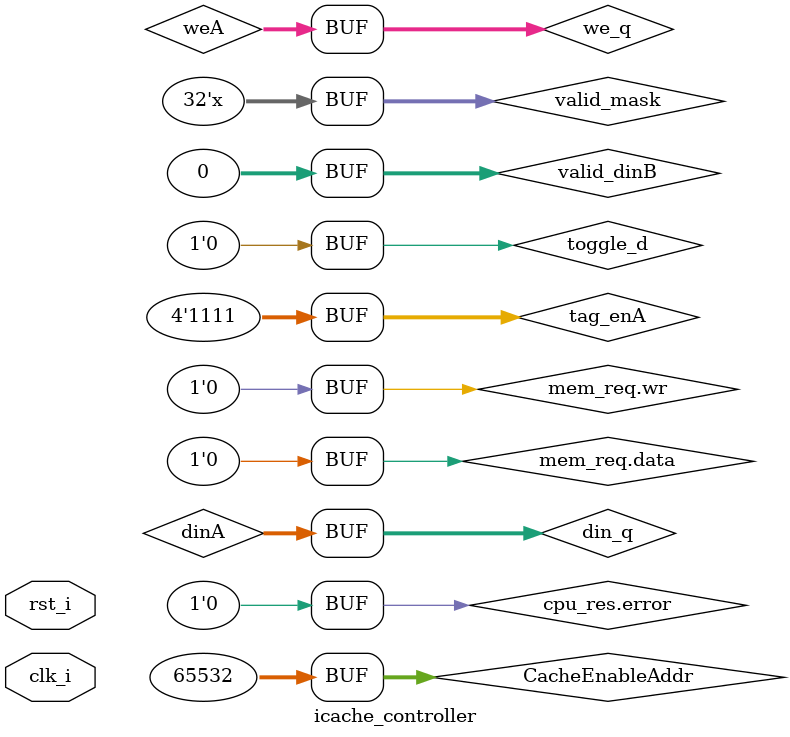
<source format=sv>
module icache_controller #(
    parameter int unsigned SizeKiB   = 64,
    // block size in bytes
    parameter int unsigned BlockSize = 64
) (
    input clk_i,
    input rst_i,

    // input interface (cpu->icache)
    data_req_if.in cpu_req,

    // input interface (axi controller->icache)
    axi_req_if.slave axi_rd_req,
    axi_req_if.slave axi_wr_req,

    // input interface (axi controller->icache)
    mem_if.slave mem_port,

    // input interface (mem->axi controller->icache)
    data_res_if.in mem_res,

    // output interface (icache->cpu)
    data_res_if.out cpu_res,

    // output interface (icache->axi controller->imem)
    data_req_if.out mem_req
);
    localparam int unsigned NWays        = 4;
    localparam int unsigned DataBusWidth = 64;
    localparam int unsigned AddrWidth    = 32;

    // offset within the block
    localparam int unsigned BlockWidth   = $clog2(BlockSize/4);                     // 4

    // block index
    localparam int unsigned IndexWidth   = $clog2(SizeKiB*1024/NWays/BlockSize);    // 8

    // Tag size
    localparam int unsigned TagWidth     = AddrWidth - IndexWidth - BlockWidth - 2; // 18

    localparam int unsigned BlockLSB     = 2;                                       // 2
    localparam int unsigned BlockMSB     = BlockLSB + BlockWidth - 1;               // 5
    localparam int unsigned IndexLSB     = BlockMSB + 1;                            // 6
    localparam int unsigned IndexMSB     = IndexLSB + IndexWidth - 1;               // 13
    localparam int unsigned TagLSB       = IndexMSB + 1;                            // 14
    localparam int unsigned TagMSB       = TagLSB + TagWidth - 1;                   // 31

    localparam int unsigned AxiBusWidth  = 64;
    localparam int unsigned WordWidth    = 32;

    // Address width of each bank (way). For example, for a 4-way 64 KiB memory, there
    // are 4 banks of 16 KiB each and if the data bus of each bank is 64 bits, then each
    // bank has 16 KiB / 8 = 2048 addresses and the addr width is 11 bits
    localparam int unsigned BankAddrWidth = $clog2((SizeKiB*1024/4)/(DataBusWidth/8));

    // Offset in the address to select a row of a memory bank
    localparam int unsigned RowOffset = $clog2((DataBusWidth/8));

    // There are four banks (ways). When accessing as plain memory,
    // the banks are accessed sequentially as addresses increment.
    // The two most significant bits of the request address select the bank.
    localparam int unsigned AddrMSB = $clog2(SizeKiB * 1024) - 1;

    // 64 bits wide memory data bus:
    // There are 8 bytes per address so a cache block comprises 8 addresses (64 bytes) of the memory bank.
    // Each way is two banks of two 1024-depth memories. The memory address width is 3 bits larger
    // than the index width extracted from the 32 bit address.

    logic [3:0]                  enA;
    logic [(DataBusWidth/8)-1:0] weA;
    logic [BankAddrWidth-1:0]    addrA;
    logic [DataBusWidth-1:0]     dinA;
    logic [DataBusWidth-1:0]     doutA[4];

    // ----------------------------------------------------------
    // 4-way data memory instantiation
    // ----------------------------------------------------------
    generate
        for (genvar i=0; i<4; i=i+1) begin : gen_4_way_cache_mem
            dp_memory_bank_2 #(
                .SizeKiB(SizeKiB/4),
                .DataWidth(DataBusWidth)
            ) u_icahe_mem (
                .clkA_i(clk_i),
                .enA_i(enA[i]),
                .weA_i(weA),
                .addrA_i(addrA),
                .dinA_i(dinA),
                .doutA_o(doutA[i]),

                .clkB_i(clk_i),
                .enB_i(mem_port.en[i]),
                .weB_i(mem_port.we),
                .addrB_i(mem_port.addr),
                .dinB_i(mem_port.din),
                .doutB_o(mem_port.dout[i])
            );
        end
    endgenerate

    logic [3:0]          tag_enA;
    logic [3:0]          tag_weA;
    logic [TagWidth-1:0] tag_dinA;
    logic [TagWidth-1:0] tag_doutA[4];

    // ----------------------------------------------------------
    // 4-way tag memory instantiation
    // ----------------------------------------------------------
    generate
        for (genvar i=0; i<4; i=i+1) begin : gen_4_way_cache_tag
            bytewrite_tdp_ram_nc #(
                .NumCol(1),
                .ColWidth(TagWidth),
                .AddrWidth(IndexWidth)
            ) u_icache_tag_mem (
                .clkA(clk_i),
                .enaA(tag_enA[i]),
                .weA(tag_weA[i]),
                .addrA(cpu_req.addr[IndexMSB:IndexLSB]),
                .dinA(tag_dinA),
                .doutA(tag_doutA[i]),

                .clkB(1'b0),
                .enaB(1'b0),
                .weB(1'b0),
                .addrB('0),
                .dinB('0),
                .doutB()
            );
        end
    endgenerate

    localparam int unsigned ValidAddrWidth = $clog2(SizeKiB*1024/NWays/BlockSize/32); //3

    logic [3:0]  valid_we[4];
    logic [31:0] valid_din;
    logic [31:0] valid_dout[4];
    logic [31:0] valid_mask;

    logic [3:0]                valid_enB;
    logic [3:0]                valid_weB;
    logic [ValidAddrWidth-1:0] valid_addrB;
    logic [31:0]               valid_dinB;

    assign valid_mask = 32'h1 << cpu_req.addr[IndexLSB+:5];

    // ----------------------------------------------------------
    // Valid-bit RAMs for per-block cache line validity
    // ----------------------------------------------------------
    generate
        for (genvar i=0; i<4; i=i+1) begin : gen_4_way_valid_ram
            bytewrite_tdp_ram_nc #(
                .NumCol(4),
                .ColWidth(8),
                .AddrWidth(ValidAddrWidth)
            ) u_icache_valid_bit_mem (
                .clkA(clk_i),
                .enaA(tag_enA),
                .weA(valid_we[i]),
                .addrA(cpu_req.addr[IndexMSB-:3]),
                .dinA(valid_din),
                .doutA(valid_dout[i]),

                .clkB(clk_i),
                .enaB(valid_enB),
                .weB(valid_weB),
                .addrB(valid_addrB),
                .dinB(valid_dinB),
                .doutB()
            );
        end
    endgenerate

    logic          fifo_rd;
    logic [64-1:0] fifo_dout;
    logic          fifo_empty;

    // ----------------------------------------------------------
    // AXI FIFO buffer to gather incoming memory line data
    // ----------------------------------------------------------
    FIFO36E1 #(
       .ALMOST_EMPTY_OFFSET(13'h0080),
       .ALMOST_FULL_OFFSET(13'h0080),
       .DATA_WIDTH(72),
       .DO_REG(1),
       .EN_ECC_READ("FALSE"),
       .EN_ECC_WRITE("FALSE"),
       .EN_SYN("TRUE"),
       .FIFO_MODE("FIFO36_72"),
       .FIRST_WORD_FALL_THROUGH("FALSE"),
       .INIT(72'h000000000000000000),
       .SIM_DEVICE("7SERIES"),
       .SRVAL(72'h000000000000000000)
    )
    u_iache_FIFO36E1 (
       .DO(fifo_dout),
       .EMPTY(fifo_empty),
       .FULL(),
       .INJECTDBITERR(1'b0),
       .INJECTSBITERR(1'b0),
       .RDCLK(clk_i),
       .RDEN(fifo_rd),
       .REGCE(1'b1),
       .RST(rst_i),
       .RSTREG(rst_i),
       .WRCLK(clk_i),
       .WREN(mem_res.valid),
       .DI(mem_res.data),
       .DIP('0)
    );

    // ----------------------------------------------------------
    // Tag comparison and hit determination logic
    // ----------------------------------------------------------
    logic [3:0] tag_match;
    logic [3:0] hit_vect;
    logic       hit;
    logic       cache_access;

    generate
        for (genvar i=0; i<4; i=i+1) begin : gen_hit_vector
            comparator #(
                .DataWidth(TagWidth)
            ) u_tag_comparator (
                .a_i(cpu_req.addr[TagMSB:TagLSB]),
                .b_i(tag_doutA[i]),
                .comp_o(tag_match[i])
            );

            bit_reducer #(
                .Operation("AND"),
                .InputCount(2)
            ) u_cache_way_AND_gate (
                .bits_in({valid_dout[i][cpu_req.addr[IndexLSB+:5]], tag_match[i]}),
                .bit_out(hit_vect[i])
            );
        end
    endgenerate

    bit_reducer #(
        .Operation("OR"),
        .InputCount(4)
    ) u_hit_OR_gate (
        .bits_in(hit_vect),
        .bit_out(hit)
    );


    // ----------------------------------------------------------
    // PLRU replacement state machine for victim way selection
    // ----------------------------------------------------------
    logic [1:0] victim_sel;

    plru_4way u_plru_bits (
        .clk_i(clk_i),
        .rst_i(rst_i),
        .access_i(cache_access),
        .hit_vect_i(hit_vect),
        .victim_o(victim_sel)
    );

    logic [DataBusWidth-1:0] data_out;
    logic [WordWidth-1:0]    word_out;

    mux_one_hot_flat #(
        .DataWidth(DataBusWidth),
        .NumInputs(4)
    ) u_data_out_mux (
        .data_i({doutA[3],doutA[2],doutA[1],doutA[0]}),
        .sel_i(hit_vect),
        .data_o(data_out)
    );

    //multiplexer #(
    //    .DataWidth(WordWidth),
    //    .NumInputs(DataBusWidth/WordWidth)
    //) u_word_out_mux (
    //    .data_i(data_out),
    //    .sel_i(cpu_req.addr[BlockLSB+:2]),
    //    .data_o(word_out)
    //);

    assign cpu_res.data = cache_enabled_q ? data_out : doutA[cpu_req.addr[AddrMSB-:2]];

    // ----------------------------------------------------------
    // CPU-facing FSM: request, tag compare, miss handling, allocation
    // ----------------------------------------------------------
    typedef enum logic [3:0] {
        StIdle       = 4'h1,
        StCompareTag = 4'h2,
        StMemReq     = 4'h4,
        StAllocate   = 4'h8
    } cpu_req_state_e;

    cpu_req_state_e cpu_req_state_q, cpu_req_state_d;

    logic                        en_d, en_q;
    logic [(DataBusWidth/8)-1:0] we_d, we_q;
    logic [BankAddrWidth-1:0]    addr_d, addr_q;
    logic [DataBusWidth-1:0]     din_d, din_q;
    logic                        toggle_d, toggle_q;
    logic [3:0]                  counter_d, counter_q;

    assign weA   = we_q;
    assign addrA = addr_q;
    assign dinA  = din_q;

    always_ff @(posedge clk_i) begin
        if (rst_i) begin
            cpu_req_state_q <= StIdle;
            en_q            <= 1'b0;
            we_q            <= '0;
            addr_q          <= '0;
            din_q           <= '0;
            toggle_q        <= 1'b0;
            counter_q       <= '0;
        end else begin
            cpu_req_state_q <= cpu_req_state_d;
            en_q            <= en_d;
            we_q            <= we_d;
            addr_q          <= addr_d;
            din_q           <= din_d;
            toggle_q        <= toggle_d;
            counter_q       <= counter_d;
        end
    end


    // ----------------------------------------------------------
    // Cache enable/disable control via special address writes
    // ----------------------------------------------------------
    // Mode control: when 'cache_enabled' is high, normal cache operation is active.
    // When low, the memory functions as a direct instruction memory.
    logic cache_enabled_q, cache_enabled_d;
    logic cpu_enable_cache, cpu_disable_cache;
    logic axi_enable_cache, axi_disable_cache;
    logic [31:0] CacheEnableAddr = 32'h0000_FFFC;

    always_ff @(posedge clk_i) begin
        if (rst_i) begin
            cache_enabled_q <= 1'b1;
        end else begin
            cache_enabled_q <= cache_enabled_d;
        end
    end

    always_comb begin
        cpu_enable_cache  = cpu_req.wr &&
                            (cpu_req.addr == CacheEnableAddr) &&
                            (cpu_req.data == 32'h0);

        cpu_disable_cache = cpu_req.wr &&
                            (cpu_req.addr != CacheEnableAddr);

        axi_enable_cache  = axi_wr_req.valid &&
                            (axi_wr_req.addr == CacheEnableAddr) &&
                            (axi_wr_req.data == 32'h0);

        axi_disable_cache = axi_wr_req.valid &&
                            (axi_wr_req.addr != CacheEnableAddr);

        if (cpu_disable_cache || axi_disable_cache) begin
            cache_enabled_d = 1'b0;
        end else if (cpu_enable_cache || axi_enable_cache) begin
            cache_enabled_d = 1'b1;
        end else begin
            cache_enabled_d = cache_enabled_q;
        end
    end

    // ----------------------------------------------------------
    // Valid-state FSM to invalidate cache when disabling
    // ----------------------------------------------------------
    typedef enum logic [1:0] {
        StCacheOperational = 2'h1,
        StInvalidateCache  = 2'h2
    } valid_state_e;

    valid_state_e valid_state_q, valid_state_d;

    logic                      cache_ready_q, cache_ready_d;
    logic [ValidAddrWidth-1:0] addr_counter_d, addr_counter_q;

    always_ff @(posedge clk_i) begin
        if (rst_i) begin
            valid_state_q <= StCacheOperational;
            cache_ready_q <= 1'b1;
        end else begin
            valid_state_q <= valid_state_q;
            cache_ready_q <= cache_ready_d;
        end
    end

    always_comb begin
        valid_state_d  = valid_state_q;
        cache_ready_d  = cache_ready_q;
        addr_counter_d = addr_counter_q;

        valid_enB   = '0;
        valid_weB   = '0;
        valid_addrB = '0;
        valid_dinB  = '0;

        unique case (valid_state_q)
            StCacheOperational: begin
                cache_ready_d = 1'b1;

                if (cpu_disable_cache || axi_disable_cache) begin
                    addr_counter_d = '0;
                    valid_state_d  = StInvalidateCache;
                end
            end
            StInvalidateCache: begin
                cache_ready_d = 1'b0;

                //TODO: drive port A too, to reduce latency

                valid_enB   = '1;
                valid_weB   = '1;
                valid_addrB = addr_counter_q;
                valid_dinB  = '0;

                addr_counter_d = addr_counter_q + 1'b1;
                if (addr_counter_q == '1) begin
                    addr_counter_d = '0;
                    valid_state_d = StCacheOperational;
                end
            end
            default: valid_state_d = StCacheOperational;
        endcase
    end

    always_comb begin
        cpu_req_state_d = cpu_req_state_q;
        cpu_req.ready   = 1'b0;
        cpu_res.valid   = 1'b0;
        cpu_res.error   = 1'b0;

        tag_enA      = 4'b1111;
        tag_weA      = '0;
        tag_dinA     = '0;
        valid_we[0]  = '0;
        valid_we[1]  = '0;
        valid_we[2]  = '0;
        valid_we[3]  = '0;
        valid_din    = '0;

        mem_req.valid = 1'b0;
        mem_req.addr  = '0;
        mem_req.data  = '0;
        mem_req.wr    = 1'b0;
        mem_req.rd    = 1'b0;

        fifo_rd = 1'b0;

        enA     = '0;
        we_d    = we_q;
        addr_d  = addr_q;
        din_d   = din_q;

        toggle_d  = 1'b0;
        counter_d = counter_q;

        unique case (cpu_req_state_q)
            StIdle: begin
                cpu_req.ready = 1'b1;

                enA[cpu_req.addr[AddrMSB-:2]] = 1'b1;
                addr_d = cpu_req.addr[BankAddrWidth-1:RowOffset];
                din_d  = cpu_req.addr[3] ? {cpu_req.data,32'h0} : {32'h0, cpu_req.data};

                if (cpu_req.rd) begin
                    if (cache_enabled_q && cache_ready_q) begin
                        cpu_req_state_d = StCompareTag;
                    end else begin
                        if (!((axi_req_state_q == StAxiWr) && (cpu_req.addr == axi_wr_req.addr))) begin
                            cpu_res.valid = 1'b1;
                        end
                    end
                end

                if (cpu_req.wr) begin
                    if (!(((axi_req_state_q == StAxiWr) && (cpu_req.addr == axi_wr_req.addr)) ||
                        ((axi_req_state_q == StAxiRd) && (cpu_req.addr == axi_rd_req.addr)))) begin
                        we_d = cpu_req.addr[3] ? 8'hF0 : 8'h0F;
                        cpu_res.valid = 1'b1;
                    end
                end
            end

            StCompareTag: begin
                enA = '1;
                addr_d = cpu_req.addr[IndexMSB:3];
                if (hit) begin
                    cpu_res.valid   = 1'b1;
                    cpu_req_state_d = StIdle;
                end else begin
                    tag_weA[victim_sel]  = 1'b1;
                    tag_dinA             = cpu_req.addr[TagMSB:TagLSB];
                    valid_we[victim_sel] = '1;
                    valid_din            = valid_dout[victim_sel] | valid_mask;
                    mem_req.valid        = 1'b1;
                    mem_req.addr         = cpu_req.addr;
                    mem_req.rd           = 1'b1;
                    cpu_req_state_d      = StMemReq;
                end
            end

            StMemReq: begin
                if (!mem_res.ready) begin
                    mem_req.addr  = cpu_req.addr;
                    if (counter_q == 4'b0001) begin
                        fifo_rd         = 1'b1;
                        we_d            = '1;
                        cpu_req_state_d = StAllocate;
                        counter_d       = '0;
                    end
                end else begin
                    mem_req.valid = 1'b0;
                    mem_req.addr  = '0;
                    mem_req.rd    = 1'b0;
                    fifo_rd       = 1'b1;
                    counter_d     = counter_q + 1'b1;
                end
            end

            StAllocate: begin
                // TODO:
                // It may be needed to check for overlaps with ongoing axi transactions
                fifo_rd          = 1'b1;
                enA[victim_sel]  = 1'b1;
                we_d             = '1;
                addr_d           = cpu_req.addr[IndexMSB:3] + counter_q;
                din_d            = fifo_dout;
                counter_d        = counter_q + 1'b1;

                if (counter_q == 4'b0111) begin
                    we_d           = '0;
                end
                if (counter_q == 4'b1000) begin
                    enA             = '1;
                    we_d            = '0;
                    cpu_req_state_d = StCompareTag;
                end
            end
            default:;
        endcase
    end


    // ----------------------------------------------------------
    // AXI-request FSM: handles external read/write transactions
    // ----------------------------------------------------------
    typedef enum logic [4:0] {
        StAxiIdle   = 5'h1,
        StAxiRd     = 5'h2,
        StAxiWr     = 5'h4,
        StAxiWaitRd = 5'h8,
        StAxiWaitWr = 5'h10
    } axi_req_state_e;

    axi_req_state_e axi_req_state_q, axi_req_state_d;

    always_ff @(posedge clk_i) begin
        if (rst_i) begin
            axi_req_state_q <= StAxiIdle;
        end else begin
            axi_req_state_q <= axi_req_state_d;
        end
    end

    // bit mask of byte+block offset bits
    localparam logic [AddrWidth-1:0] BlockMask = BlockSize - 1;

    // address of block being replaced
    logic [AddrWidth-1:0] block_addr;
    assign block_addr = cpu_req.addr & ~BlockMask;


    always_comb begin
        axi_req_state_d  = axi_req_state_q;
        axi_rd_req.ready = 1'b0;
        axi_wr_req.ready = 1'b0;

        unique case (axi_req_state_q)
            StAxiIdle: begin
                if (axi_rd_req.valid) begin
                    if (cpu_req.rd && !hit && ((axi_rd_req.addr & ~BlockMask) == block_addr)) begin
                        axi_req_state_d = StAxiWaitRd;
                    end else if (cpu_req.wr && (axi_rd_req.addr == cpu_req.addr)) begin
                        axi_req_state_d = StAxiWaitRd;
                    end else begin
                        axi_req_state_d = StAxiRd;
                    end
                end else if (axi_wr_req.valid) begin
                    if (cpu_req.rd && !hit && ((axi_wr_req.addr & ~BlockMask) == block_addr)) begin
                        axi_req_state_d = StAxiWaitWr;
                    end else if (cpu_req.wr && (axi_wr_req.addr == cpu_req.addr)) begin
                        axi_req_state_d = StAxiWaitWr;
                    end else begin
                        axi_req_state_d = StAxiWr;
                    end
                end
            end

            StAxiRd: begin
                axi_rd_req.ready = 1'b1;
                if (axi_rd_req.done) begin
                    axi_req_state_d = StAxiIdle;
                end
            end

            StAxiWr: begin
                axi_wr_req.ready = 1'b1;
                if (axi_wr_req.done) begin
                    axi_req_state_d = StAxiIdle;
                end
            end

            StAxiWaitRd: begin
                if (cpu_res.valid) begin
                    axi_req_state_d = StAxiIdle;
                end
            end

            StAxiWaitWr: begin
                if (cpu_res.valid) begin
                    axi_req_state_d = StAxiIdle;
                end
            end
            default: axi_req_state_d = StAxiIdle;
        endcase
    end


endmodule

</source>
